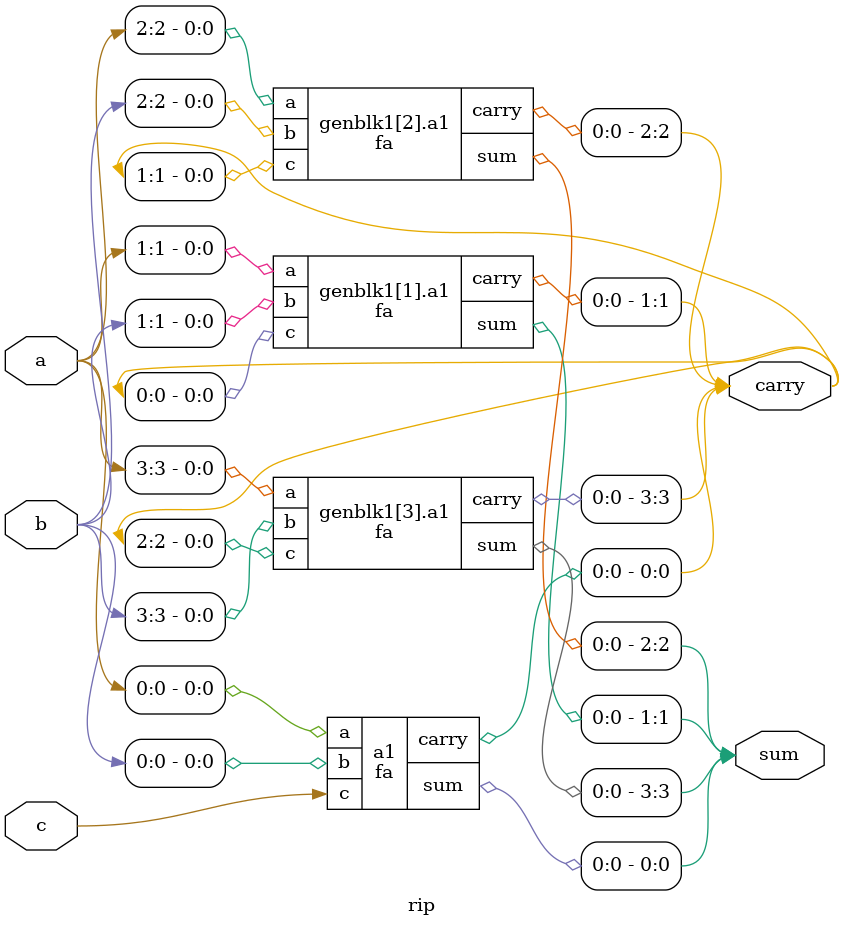
<source format=v>
module fa(input a,b,c, output sum, carry); 

  assign sum = a^b^c; 

  assign carry = ((a&b)|(b&c)|(a&c)); 

endmodule 


module rip #(parameter SIZE = 4) 

  (input[SIZE-1 : 0] a,b,input c,output[SIZE-1 : 0] sum,carry); 

   

  fa a1(a[0],b[0],c,sum[0],carry[0]); 

   

  genvar i; 

  generate 

  for (i=1;i<SIZE;i = i + 1) begin 

    fa a1(a[i],b[i],carry[i-1],sum[i],carry[i]); 

 end 

  endgenerate 

endmodule 

</source>
